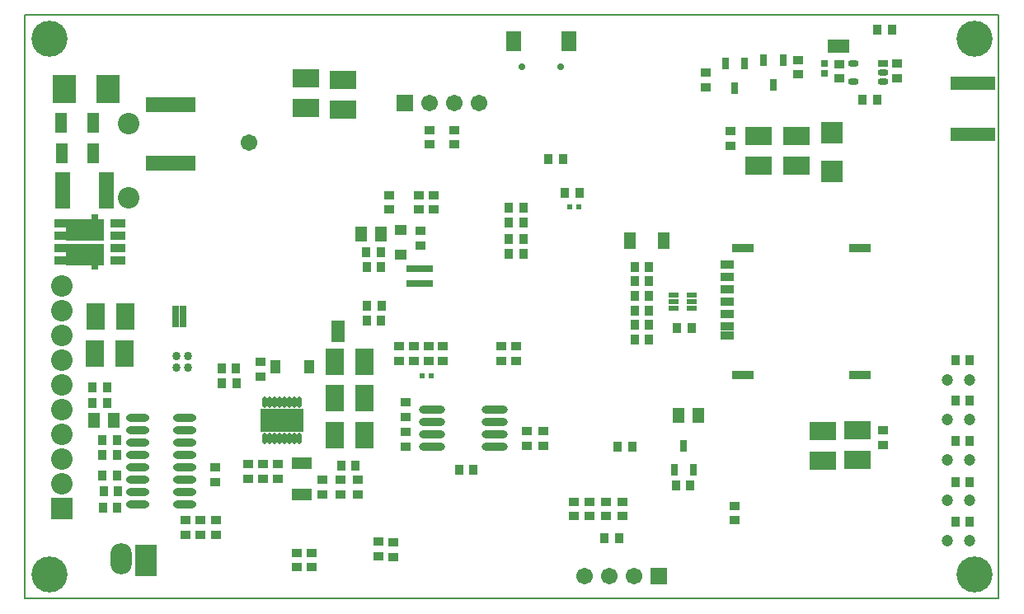
<source format=gbs>
%FSLAX25Y25*%
%MOIN*%
G70*
G01*
G75*
G04 Layer_Color=16711935*
%ADD10C,0.02000*%
%ADD11C,0.03000*%
%ADD12R,0.01575X0.01181*%
%ADD13R,0.01181X0.01575*%
%ADD14O,0.05906X0.03150*%
%ADD15R,0.07087X0.03937*%
%ADD16C,0.03937*%
%ADD17R,0.02756X0.03347*%
%ADD18R,0.03347X0.02756*%
%ADD19R,0.03937X0.05906*%
%ADD20R,0.04724X0.03150*%
%ADD21R,0.02500X0.05906*%
%ADD22R,0.04803X0.02441*%
%ADD23R,0.04800X0.05600*%
%ADD24R,0.07480X0.11811*%
%ADD25O,0.06890X0.02362*%
%ADD26R,0.03937X0.05118*%
%ADD27R,0.08898X0.25590*%
%ADD28R,0.03937X0.02362*%
%ADD29R,0.04724X0.09843*%
%ADD30O,0.03937X0.01181*%
%ADD31R,0.03937X0.01181*%
%ADD32R,0.07874X0.07874*%
%ADD33R,0.10000X0.07000*%
%ADD34R,0.02362X0.03937*%
%ADD35R,0.07874X0.03937*%
%ADD36O,0.06693X0.01063*%
%ADD37R,0.06693X0.01063*%
%ADD38R,0.01063X0.06693*%
%ADD39O,0.03740X0.01378*%
%ADD40R,0.08661X0.16929*%
%ADD41R,0.07874X0.07874*%
%ADD42R,0.07087X0.07874*%
%ADD43R,0.02362X0.02362*%
%ADD44R,0.03150X0.02559*%
%ADD45R,0.03937X0.07087*%
%ADD46O,0.03150X0.05906*%
%ADD47O,0.01378X0.06693*%
%ADD48R,0.02362X0.02362*%
%ADD49R,0.13386X0.13386*%
%ADD50O,0.00984X0.03740*%
%ADD51O,0.03740X0.00984*%
%ADD52O,0.02362X0.07087*%
%ADD53O,0.07087X0.02362*%
%ADD54O,0.06299X0.02362*%
%ADD55R,0.00984X0.01575*%
%ADD56R,0.02362X0.01969*%
%ADD57R,0.00984X0.01299*%
G04:AMPARAMS|DCode=58|XSize=35.43mil|YSize=157.48mil|CornerRadius=1.77mil|HoleSize=0mil|Usage=FLASHONLY|Rotation=90.000|XOffset=0mil|YOffset=0mil|HoleType=Round|Shape=RoundedRectangle|*
%AMROUNDEDRECTD58*
21,1,0.03543,0.15394,0,0,90.0*
21,1,0.03189,0.15748,0,0,90.0*
1,1,0.00354,0.07697,0.01595*
1,1,0.00354,0.07697,-0.01595*
1,1,0.00354,-0.07697,-0.01595*
1,1,0.00354,-0.07697,0.01595*
%
%ADD58ROUNDEDRECTD58*%
%ADD59R,0.01200X0.01800*%
%ADD60R,0.01575X0.05906*%
%ADD61C,0.01000*%
%ADD62C,0.01200*%
%ADD63C,0.02500*%
%ADD64C,0.04000*%
%ADD65C,0.08000*%
%ADD66C,0.01500*%
%ADD67C,0.00800*%
%ADD68R,0.07500X0.15500*%
%ADD69R,0.07560X0.20391*%
%ADD70R,0.06000X0.09600*%
%ADD71R,0.06700X0.09800*%
%ADD72R,0.04200X0.18700*%
%ADD73R,0.08100X0.13300*%
%ADD74R,0.05700X0.21700*%
%ADD75R,0.18000X0.08400*%
%ADD76R,0.10500X0.06400*%
%ADD77R,0.16200X0.16000*%
%ADD78R,0.27300X0.16100*%
%ADD79R,0.06200X0.14700*%
%ADD80R,0.34969X0.11400*%
%ADD81R,0.06500X1.11800*%
%ADD82C,0.00500*%
%ADD83C,0.07874*%
%ADD84O,0.07874X0.11811*%
%ADD85R,0.07874X0.11811*%
%ADD86C,0.13780*%
%ADD87R,0.05906X0.05906*%
%ADD88C,0.05906*%
%ADD89R,0.07874X0.07874*%
G04:AMPARAMS|DCode=90|XSize=51.18mil|YSize=173.23mil|CornerRadius=2.56mil|HoleSize=0mil|Usage=FLASHONLY|Rotation=90.000|XOffset=0mil|YOffset=0mil|HoleType=Round|Shape=RoundedRectangle|*
%AMROUNDEDRECTD90*
21,1,0.05118,0.16811,0,0,90.0*
21,1,0.04606,0.17323,0,0,90.0*
1,1,0.00512,0.08406,0.02303*
1,1,0.00512,0.08406,-0.02303*
1,1,0.00512,-0.08406,-0.02303*
1,1,0.00512,-0.08406,0.02303*
%
%ADD90ROUNDEDRECTD90*%
%ADD91C,0.01969*%
%ADD92R,0.05315X0.07284*%
%ADD93C,0.04000*%
%ADD94C,0.02000*%
%ADD95C,0.03000*%
%ADD96C,0.05000*%
%ADD97C,0.02598*%
%ADD98C,0.01600*%
%ADD99C,0.07518*%
G04:AMPARAMS|DCode=100|XSize=111.181mil|YSize=111.181mil|CornerRadius=0mil|HoleSize=0mil|Usage=FLASHONLY|Rotation=0.000|XOffset=0mil|YOffset=0mil|HoleType=Round|Shape=Relief|Width=10mil|Gap=10mil|Entries=4|*
%AMTHD100*
7,0,0,0.11118,0.09118,0.01000,45*
%
%ADD100THD100*%
%ADD101C,0.07124*%
G04:AMPARAMS|DCode=102|XSize=107.244mil|YSize=107.244mil|CornerRadius=0mil|HoleSize=0mil|Usage=FLASHONLY|Rotation=0.000|XOffset=0mil|YOffset=0mil|HoleType=Round|Shape=Relief|Width=10mil|Gap=10mil|Entries=4|*
%AMTHD102*
7,0,0,0.10724,0.08724,0.01000,45*
%
%ADD102THD102*%
%ADD103C,0.04369*%
%ADD104C,0.11061*%
%ADD105C,0.05943*%
G04:AMPARAMS|DCode=106|XSize=95.433mil|YSize=95.433mil|CornerRadius=0mil|HoleSize=0mil|Usage=FLASHONLY|Rotation=0.000|XOffset=0mil|YOffset=0mil|HoleType=Round|Shape=Relief|Width=10mil|Gap=10mil|Entries=4|*
%AMTHD106*
7,0,0,0.09543,0.07543,0.01000,45*
%
%ADD106THD106*%
G04:AMPARAMS|DCode=107|XSize=79.685mil|YSize=79.685mil|CornerRadius=0mil|HoleSize=0mil|Usage=FLASHONLY|Rotation=0.000|XOffset=0mil|YOffset=0mil|HoleType=Round|Shape=Relief|Width=10mil|Gap=10mil|Entries=4|*
%AMTHD107*
7,0,0,0.07969,0.05969,0.01000,45*
%
%ADD107THD107*%
%ADD108C,0.06337*%
%ADD109C,0.05400*%
%ADD110C,0.03600*%
G04:AMPARAMS|DCode=111|XSize=72mil|YSize=72mil|CornerRadius=0mil|HoleSize=0mil|Usage=FLASHONLY|Rotation=0.000|XOffset=0mil|YOffset=0mil|HoleType=Round|Shape=Relief|Width=10mil|Gap=10mil|Entries=4|*
%AMTHD111*
7,0,0,0.07200,0.05200,0.01000,45*
%
%ADD111THD111*%
G04:AMPARAMS|DCode=112|XSize=80mil|YSize=80mil|CornerRadius=0mil|HoleSize=0mil|Usage=FLASHONLY|Rotation=0.000|XOffset=0mil|YOffset=0mil|HoleType=Round|Shape=Relief|Width=10mil|Gap=10mil|Entries=4|*
%AMTHD112*
7,0,0,0.08000,0.06000,0.01000,45*
%
%ADD112THD112*%
%ADD113C,0.04400*%
G04:AMPARAMS|DCode=114|XSize=99.37mil|YSize=99.37mil|CornerRadius=0mil|HoleSize=0mil|Usage=FLASHONLY|Rotation=0.000|XOffset=0mil|YOffset=0mil|HoleType=Round|Shape=Relief|Width=10mil|Gap=10mil|Entries=4|*
%AMTHD114*
7,0,0,0.09937,0.07937,0.01000,45*
%
%ADD114THD114*%
G04:AMPARAMS|DCode=115|XSize=72.992mil|YSize=72.992mil|CornerRadius=0mil|HoleSize=0mil|Usage=FLASHONLY|Rotation=0.000|XOffset=0mil|YOffset=0mil|HoleType=Round|Shape=Relief|Width=10mil|Gap=10mil|Entries=4|*
%AMTHD115*
7,0,0,0.07299,0.05299,0.01000,45*
%
%ADD115THD115*%
G04:AMPARAMS|DCode=116|XSize=68mil|YSize=68mil|CornerRadius=0mil|HoleSize=0mil|Usage=FLASHONLY|Rotation=0.000|XOffset=0mil|YOffset=0mil|HoleType=Round|Shape=Relief|Width=10mil|Gap=10mil|Entries=4|*
%AMTHD116*
7,0,0,0.06800,0.04800,0.01000,45*
%
%ADD116THD116*%
%ADD117C,0.05000*%
%ADD118C,0.06000*%
%ADD119R,0.08300X0.13500*%
%ADD120R,0.19700X0.09100*%
%ADD121R,0.09400X0.25200*%
%ADD122R,0.39000X0.13800*%
%ADD123R,0.06200X0.13300*%
%ADD124R,0.03347X0.01575*%
%ADD125R,0.03937X0.07087*%
%ADD126R,0.05118X0.13780*%
%ADD127R,0.08661X0.11024*%
%ADD128R,0.07000X0.10000*%
%ADD129R,0.19685X0.05118*%
%ADD130R,0.05500X0.02500*%
%ADD131R,0.01969X0.06299*%
%ADD132R,0.14410X0.07874*%
%ADD133R,0.01969X0.07874*%
%ADD134R,0.07087X0.03937*%
%ADD135R,0.03150X0.04724*%
%ADD136R,0.09843X0.01969*%
%ADD137O,0.08661X0.02362*%
%ADD138O,0.09843X0.02362*%
%ADD139O,0.01378X0.03740*%
%ADD140R,0.16929X0.08661*%
%ADD141R,0.03937X0.03150*%
%ADD142R,0.04843X0.02559*%
%ADD143R,0.08268X0.02756*%
%ADD144O,0.03543X0.01969*%
%ADD145O,0.03543X0.01969*%
%ADD146R,0.03543X0.01969*%
%ADD147R,0.07874X0.01969*%
%ADD148R,0.21349X0.07288*%
%ADD149R,0.14400X0.12900*%
%ADD150R,0.29900X0.09831*%
%ADD151R,0.11032X0.11400*%
%ADD152R,0.10000X0.37866*%
%ADD153R,0.16500X0.11800*%
%ADD154R,0.09800X0.45300*%
%ADD155R,0.05400X0.09900*%
%ADD156R,0.03600X0.06700*%
%ADD157R,0.20400X0.10800*%
%ADD158R,0.16400X0.04300*%
%ADD159R,0.04900X0.17100*%
%ADD160R,0.07600X0.08300*%
%ADD161R,0.08900X0.10200*%
%ADD162R,0.08600X0.09700*%
%ADD163R,0.17500X0.06700*%
%ADD164R,0.08965X0.03474*%
%ADD165R,0.29300X0.15600*%
%ADD166R,0.14700X0.03700*%
%ADD167R,0.07300X0.37900*%
%ADD168R,0.26931X0.16000*%
%ADD169R,0.48700X0.11300*%
%ADD170C,0.00700*%
%ADD171C,0.00984*%
%ADD172C,0.02362*%
%ADD173C,0.00300*%
%ADD174C,0.00600*%
%ADD175C,0.00787*%
%ADD176R,0.05417X0.06634*%
%ADD177R,0.02375X0.01981*%
%ADD178R,0.01981X0.02375*%
%ADD179O,0.06706X0.03950*%
%ADD180R,0.07887X0.04737*%
%ADD181C,0.04737*%
%ADD182R,0.03556X0.04147*%
%ADD183R,0.04147X0.03556*%
%ADD184R,0.04737X0.06706*%
%ADD185R,0.05524X0.03950*%
%ADD186R,0.03300X0.06706*%
%ADD187R,0.05603X0.03241*%
%ADD188R,0.05600X0.06400*%
%ADD189R,0.08280X0.12611*%
%ADD190O,0.07690X0.03162*%
%ADD191R,0.04737X0.05918*%
%ADD192R,0.09698X0.26391*%
%ADD193R,0.04737X0.03162*%
%ADD194R,0.05524X0.10642*%
%ADD195O,0.04737X0.01981*%
%ADD196R,0.04737X0.01981*%
%ADD197R,0.08674X0.08674*%
%ADD198R,0.10800X0.07800*%
%ADD199R,0.03162X0.04737*%
%ADD200R,0.08674X0.04737*%
%ADD201O,0.07493X0.01863*%
%ADD202R,0.07493X0.01863*%
%ADD203R,0.01863X0.07493*%
%ADD204O,0.04540X0.02178*%
%ADD205R,0.09461X0.17729*%
%ADD206R,0.08674X0.08674*%
%ADD207R,0.07887X0.08674*%
%ADD208R,0.03162X0.03162*%
%ADD209R,0.03950X0.03359*%
%ADD210R,0.04737X0.07887*%
%ADD211O,0.03950X0.06706*%
%ADD212O,0.02178X0.07493*%
%ADD213R,0.03162X0.03162*%
%ADD214R,0.14186X0.14186*%
%ADD215O,0.01784X0.04540*%
%ADD216O,0.04540X0.01784*%
%ADD217O,0.03162X0.07887*%
%ADD218O,0.07887X0.03162*%
%ADD219O,0.07099X0.03162*%
%ADD220R,0.01784X0.02375*%
%ADD221R,0.03162X0.02769*%
%ADD222R,0.01784X0.02099*%
G04:AMPARAMS|DCode=223|XSize=39.37mil|YSize=161.42mil|CornerRadius=1.97mil|HoleSize=0mil|Usage=FLASHONLY|Rotation=90.000|XOffset=0mil|YOffset=0mil|HoleType=Round|Shape=RoundedRectangle|*
%AMROUNDEDRECTD223*
21,1,0.03937,0.15748,0,0,90.0*
21,1,0.03543,0.16142,0,0,90.0*
1,1,0.00394,0.07874,0.01772*
1,1,0.00394,0.07874,-0.01772*
1,1,0.00394,-0.07874,-0.01772*
1,1,0.00394,-0.07874,0.01772*
%
%ADD223ROUNDEDRECTD223*%
%ADD224R,0.02000X0.02600*%
%ADD225R,0.02375X0.06706*%
%ADD226C,0.08674*%
%ADD227O,0.08674X0.12611*%
%ADD228R,0.08674X0.12611*%
%ADD229C,0.14579*%
%ADD230R,0.06706X0.06706*%
%ADD231C,0.06706*%
%ADD232R,0.08674X0.08674*%
G04:AMPARAMS|DCode=233|XSize=55.12mil|YSize=177.16mil|CornerRadius=2.76mil|HoleSize=0mil|Usage=FLASHONLY|Rotation=90.000|XOffset=0mil|YOffset=0mil|HoleType=Round|Shape=RoundedRectangle|*
%AMROUNDEDRECTD233*
21,1,0.05512,0.17165,0,0,90.0*
21,1,0.04961,0.17716,0,0,90.0*
1,1,0.00551,0.08583,0.02480*
1,1,0.00551,0.08583,-0.02480*
1,1,0.00551,-0.08583,-0.02480*
1,1,0.00551,-0.08583,0.02480*
%
%ADD233ROUNDEDRECTD233*%
%ADD234C,0.02769*%
%ADD235R,0.06115X0.08083*%
%ADD236R,0.04147X0.02375*%
%ADD237R,0.04737X0.07887*%
%ADD238R,0.05918X0.14579*%
%ADD239R,0.09461X0.11824*%
%ADD240R,0.07800X0.10800*%
%ADD241R,0.20485X0.05918*%
%ADD242R,0.06300X0.03300*%
%ADD243R,0.02769X0.07099*%
%ADD244R,0.15210X0.08674*%
%ADD245R,0.02769X0.08674*%
%ADD246R,0.07887X0.04737*%
%ADD247R,0.03950X0.05524*%
%ADD248R,0.10642X0.02769*%
%ADD249O,0.09461X0.03162*%
%ADD250O,0.10642X0.03162*%
%ADD251O,0.02178X0.04540*%
%ADD252R,0.17729X0.09461*%
%ADD253R,0.04737X0.03950*%
%ADD254R,0.05643X0.03359*%
%ADD255R,0.09068X0.03556*%
%ADD256O,0.04343X0.02769*%
%ADD257O,0.04343X0.02769*%
%ADD258R,0.04343X0.02769*%
%ADD259R,0.08674X0.02769*%
%ADD260C,0.03398*%
D82*
X-170069Y-19320D02*
Y216900D01*
X223632D01*
X-170069Y-19320D02*
X223632D01*
Y216900D01*
D178*
X-9637Y70800D02*
D03*
X-5700D02*
D03*
X53937Y139100D02*
D03*
X50000D02*
D03*
D181*
X202955Y4300D02*
D03*
X211931D02*
D03*
X202955Y20550D02*
D03*
X211931D02*
D03*
X202955Y36800D02*
D03*
X211931D02*
D03*
X202955Y53050D02*
D03*
X211931D02*
D03*
X202955Y69300D02*
D03*
X211931D02*
D03*
D182*
X206000Y11900D02*
D03*
X211906D02*
D03*
X206000Y28000D02*
D03*
X211906D02*
D03*
X206000Y44600D02*
D03*
X211906D02*
D03*
X206000Y60800D02*
D03*
X211906D02*
D03*
X206000Y77200D02*
D03*
X211906D02*
D03*
X92994Y26500D02*
D03*
X98900D02*
D03*
X-84768Y73700D02*
D03*
X-90674D02*
D03*
X5400Y32900D02*
D03*
X11305D02*
D03*
X-36369Y34400D02*
D03*
X-42274D02*
D03*
X-136895Y59700D02*
D03*
X-142800D02*
D03*
X-26068Y114900D02*
D03*
X-31974D02*
D03*
X25532Y132700D02*
D03*
X31437D02*
D03*
X-32168Y120900D02*
D03*
X-26263D02*
D03*
X25532Y138800D02*
D03*
X31437D02*
D03*
X-31868Y99200D02*
D03*
X-25963D02*
D03*
X-31969Y93300D02*
D03*
X-26063D02*
D03*
X-138700Y30600D02*
D03*
X-132794D02*
D03*
X-138900Y39000D02*
D03*
X-132994D02*
D03*
X-132400Y24200D02*
D03*
X-138305D02*
D03*
X-132900Y45000D02*
D03*
X-138805D02*
D03*
X-142900Y66100D02*
D03*
X-136995D02*
D03*
X31437Y126200D02*
D03*
X25532D02*
D03*
X-138600Y17400D02*
D03*
X-132694D02*
D03*
X31437Y120300D02*
D03*
X25532D02*
D03*
X-84668Y67700D02*
D03*
X-90574D02*
D03*
X70139Y5080D02*
D03*
X64234D02*
D03*
X69537Y42300D02*
D03*
X75442D02*
D03*
X47474Y158363D02*
D03*
X41568D02*
D03*
X54000Y144837D02*
D03*
X48094D02*
D03*
X76326Y85600D02*
D03*
X82231D02*
D03*
X82231Y91460D02*
D03*
X76326D02*
D03*
X82231Y97320D02*
D03*
X76326D02*
D03*
X76326Y103180D02*
D03*
X82231D02*
D03*
X82231Y109040D02*
D03*
X76326D02*
D03*
X76326Y114900D02*
D03*
X82231D02*
D03*
X93500Y90200D02*
D03*
X99405D02*
D03*
X180431Y210800D02*
D03*
X174526D02*
D03*
X174331Y182600D02*
D03*
X168426D02*
D03*
D183*
X-6469Y164400D02*
D03*
Y170306D02*
D03*
X3531Y164400D02*
D03*
Y170306D02*
D03*
X22532Y76894D02*
D03*
Y82800D02*
D03*
X28631Y76894D02*
D03*
Y82800D02*
D03*
X-49768Y28705D02*
D03*
Y22800D02*
D03*
X-42669Y28705D02*
D03*
Y22800D02*
D03*
X-105300Y12500D02*
D03*
Y6594D02*
D03*
X-93100Y28000D02*
D03*
Y33906D02*
D03*
X-35568Y22800D02*
D03*
Y28705D02*
D03*
X-67869Y29195D02*
D03*
Y35100D02*
D03*
X-73843Y35100D02*
D03*
Y29195D02*
D03*
X-79818Y35100D02*
D03*
Y29195D02*
D03*
X-21200Y3500D02*
D03*
Y-2406D02*
D03*
X-54043Y-716D02*
D03*
Y-6622D02*
D03*
X-60135Y-739D02*
D03*
Y-6645D02*
D03*
X-27100Y3700D02*
D03*
Y-2206D02*
D03*
X-93000Y12500D02*
D03*
Y6594D02*
D03*
X-99150Y6594D02*
D03*
Y12500D02*
D03*
X-18768Y82800D02*
D03*
Y76894D02*
D03*
X-22869Y144000D02*
D03*
Y138094D02*
D03*
X-12868Y82800D02*
D03*
Y76894D02*
D03*
X-6968Y76894D02*
D03*
Y82800D02*
D03*
X32700Y42626D02*
D03*
Y48531D02*
D03*
X-10200Y129400D02*
D03*
Y123495D02*
D03*
X-1068Y82800D02*
D03*
Y76894D02*
D03*
X-4868Y144000D02*
D03*
Y138094D02*
D03*
X-10869Y144000D02*
D03*
Y138094D02*
D03*
X-16300Y42132D02*
D03*
Y48037D02*
D03*
X-16200Y60031D02*
D03*
Y54126D02*
D03*
X-74900Y70500D02*
D03*
Y76406D02*
D03*
X64798Y20006D02*
D03*
Y14100D02*
D03*
X176831Y48700D02*
D03*
Y42794D02*
D03*
X51731Y20006D02*
D03*
Y14100D02*
D03*
X58265Y20006D02*
D03*
Y14100D02*
D03*
X71332Y20006D02*
D03*
Y14100D02*
D03*
X116700Y12400D02*
D03*
Y18305D02*
D03*
X39500Y48531D02*
D03*
Y42626D02*
D03*
X115200Y169700D02*
D03*
Y163795D02*
D03*
X105200Y193400D02*
D03*
Y187495D02*
D03*
X142600Y198600D02*
D03*
Y192694D02*
D03*
X159031Y191100D02*
D03*
Y197005D02*
D03*
X182632Y191200D02*
D03*
Y197106D02*
D03*
D184*
X74520Y125400D02*
D03*
X88300D02*
D03*
D191*
X-134200Y52700D02*
D03*
X-142074D02*
D03*
X-26269Y128300D02*
D03*
X-34143D02*
D03*
X102100Y54700D02*
D03*
X94226D02*
D03*
D197*
X156131Y169332D02*
D03*
Y153584D02*
D03*
D198*
X-56400Y179100D02*
D03*
Y191100D02*
D03*
X-41600Y178600D02*
D03*
Y190600D02*
D03*
X152532Y48400D02*
D03*
Y36400D02*
D03*
X166431Y48900D02*
D03*
Y36900D02*
D03*
X126532Y167800D02*
D03*
Y155800D02*
D03*
X141832Y167800D02*
D03*
Y155800D02*
D03*
D199*
X92357Y32805D02*
D03*
X96294Y42648D02*
D03*
X100232Y32805D02*
D03*
X113000Y197100D02*
D03*
X116937Y187258D02*
D03*
X120874Y197100D02*
D03*
X128631Y198400D02*
D03*
X132569Y188558D02*
D03*
X136505Y198400D02*
D03*
D213*
X153000Y193100D02*
D03*
Y197037D02*
D03*
D226*
X-128068Y142900D02*
D03*
Y172900D02*
D03*
X-155200Y107300D02*
D03*
Y97300D02*
D03*
Y87300D02*
D03*
Y77300D02*
D03*
Y67300D02*
D03*
Y57300D02*
D03*
Y47300D02*
D03*
Y37300D02*
D03*
Y27300D02*
D03*
D227*
X-131168Y-3306D02*
D03*
D228*
X-121168Y-3700D02*
D03*
D229*
X-160226Y207057D02*
D03*
Y-9478D02*
D03*
X213790Y207057D02*
D03*
Y-9478D02*
D03*
D230*
X-16468Y181300D02*
D03*
X86132Y-10100D02*
D03*
D231*
X-6469Y181300D02*
D03*
X3531D02*
D03*
X13532D02*
D03*
X76131Y-10100D02*
D03*
X66132D02*
D03*
X56132D02*
D03*
X-79568Y165100D02*
D03*
D232*
X-155200Y17300D02*
D03*
D233*
X213144Y189136D02*
D03*
Y168664D02*
D03*
D234*
X30776Y195900D02*
D03*
X46524D02*
D03*
D235*
X49772Y206333D02*
D03*
X27527D02*
D03*
D236*
X99573Y98241D02*
D03*
X92290D02*
D03*
Y100800D02*
D03*
X99573Y103359D02*
D03*
Y100800D02*
D03*
X92290Y103359D02*
D03*
D237*
X-142605Y173100D02*
D03*
X-155400D02*
D03*
X-142500Y161000D02*
D03*
X-155295D02*
D03*
D238*
X-154917Y145900D02*
D03*
X-137200D02*
D03*
D239*
X-154217Y186900D02*
D03*
X-136500D02*
D03*
D240*
X-141800Y80000D02*
D03*
X-129800D02*
D03*
X-141500Y94700D02*
D03*
X-129500D02*
D03*
X-44868Y47000D02*
D03*
X-32868D02*
D03*
X-44769Y61900D02*
D03*
X-32768D02*
D03*
X-44769Y76400D02*
D03*
X-32768D02*
D03*
D241*
X-111268Y180522D02*
D03*
Y156900D02*
D03*
D242*
X-155238Y122400D02*
D03*
Y132400D02*
D03*
X-132600D02*
D03*
X-155238Y117400D02*
D03*
X-132600Y122400D02*
D03*
Y117400D02*
D03*
X-155238Y127400D02*
D03*
X-132600D02*
D03*
D243*
X-141852Y132774D02*
D03*
Y117026D02*
D03*
D244*
X-145887Y129821D02*
D03*
Y119979D02*
D03*
D245*
X-45000Y88900D02*
D03*
X-42047D02*
D03*
X-109200Y95000D02*
D03*
X-106247D02*
D03*
D246*
X-58069Y22705D02*
D03*
Y35500D02*
D03*
D247*
X-68686Y74600D02*
D03*
X-55300D02*
D03*
D248*
X-10368Y114050D02*
D03*
Y108150D02*
D03*
D249*
X-124349Y19000D02*
D03*
Y24000D02*
D03*
Y29000D02*
D03*
Y34000D02*
D03*
Y39000D02*
D03*
Y44000D02*
D03*
Y49000D02*
D03*
Y54000D02*
D03*
X-105451Y19000D02*
D03*
Y24000D02*
D03*
Y29000D02*
D03*
Y34000D02*
D03*
Y39000D02*
D03*
Y44000D02*
D03*
Y49000D02*
D03*
Y54000D02*
D03*
D250*
X19989Y57231D02*
D03*
Y52232D02*
D03*
Y47232D02*
D03*
Y42232D02*
D03*
X-5489Y57332D02*
D03*
Y52332D02*
D03*
Y47332D02*
D03*
Y42331D02*
D03*
D251*
X-59279Y45418D02*
D03*
X-61247D02*
D03*
X-63216D02*
D03*
X-65184D02*
D03*
X-67153D02*
D03*
X-69121D02*
D03*
X-71090D02*
D03*
X-73058D02*
D03*
Y60182D02*
D03*
X-71090D02*
D03*
X-69121D02*
D03*
X-67153D02*
D03*
X-65184D02*
D03*
X-63216D02*
D03*
X-61247D02*
D03*
X-59279D02*
D03*
D252*
X-66168Y52800D02*
D03*
D253*
X-18169Y119900D02*
D03*
Y129743D02*
D03*
D254*
X113800Y87100D02*
D03*
Y90840D02*
D03*
Y115840D02*
D03*
Y110840D02*
D03*
Y105840D02*
D03*
Y100840D02*
D03*
Y95840D02*
D03*
D255*
X120158Y122415D02*
D03*
X167402D02*
D03*
X120158Y71273D02*
D03*
X167402D02*
D03*
D256*
X176742Y189720D02*
D03*
Y193460D02*
D03*
X164931Y189720D02*
D03*
D257*
Y197200D02*
D03*
D258*
X176742D02*
D03*
D259*
X158832Y202700D02*
D03*
Y205653D02*
D03*
D260*
X-63806Y50438D02*
D03*
Y55162D02*
D03*
X-68531Y50438D02*
D03*
Y55162D02*
D03*
X-108831Y78862D02*
D03*
X-104106D02*
D03*
X-108831Y74138D02*
D03*
X-104106D02*
D03*
M02*

</source>
